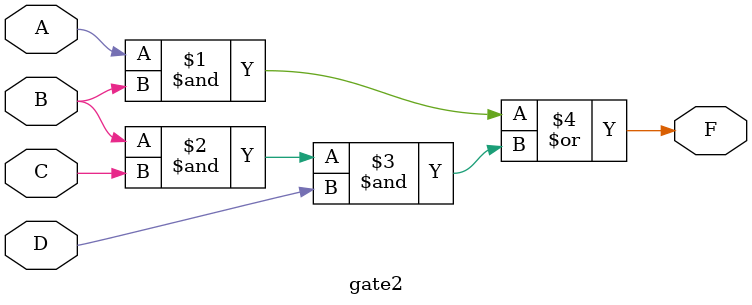
<source format=v>
module gate2(F,A,B,C,D);
input A,B,C,D;
output F;
assign F=(A&B)|(B&C&D);
endmodule

</source>
